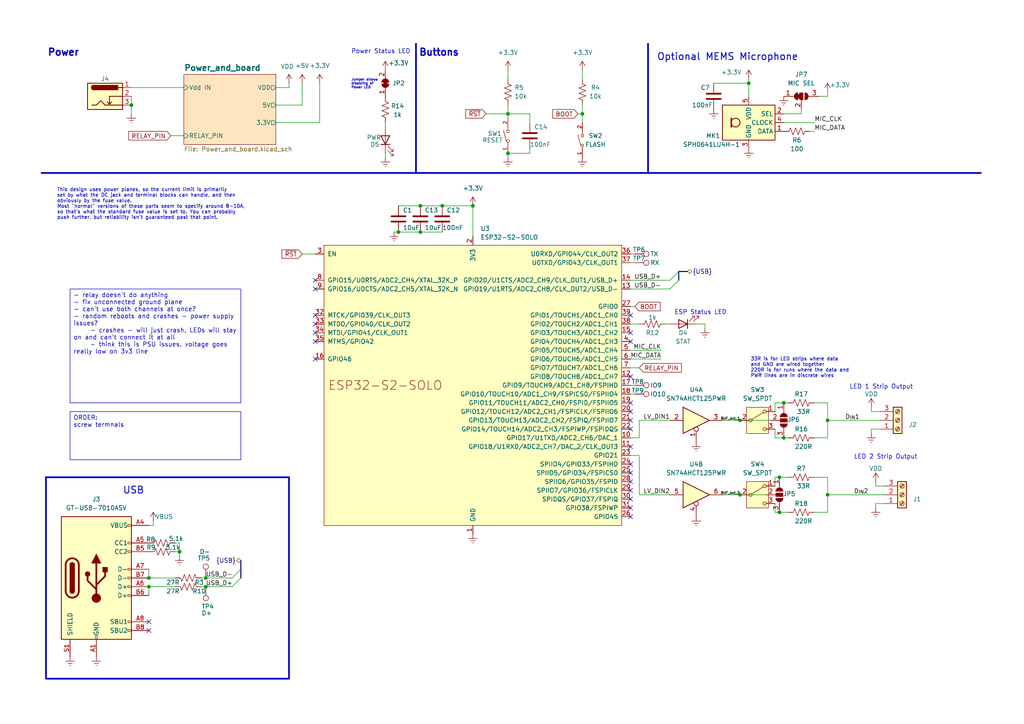
<source format=kicad_sch>
(kicad_sch (version 20231120) (generator "eeschema") (generator_version "8.0")
  (paper "A4")
  (title_block (title "IoT LEDDriver HW") (date "2025-02-23") (rev "v3.2") (company "iotled.jacobbokor.com") (comment 3 "ESP32-based IoT driver for individually addressable LED Strips"))
  (lib_symbols
    (symbol "74xx:74AHCT125" (pin_names (offset 1.016))
      (property "Reference" "U" (at 0 1.27 0))
      (property "Value" "74AHCT125" (at 0 -1.27 0))
      (symbol "74AHCT125_1_0"
        (pin input inverted (at 0 -6.35 90) (length 4.445) (name "~") (number "1"))
        (pin input line (at -7.62 0 0) (length 3.81) (name "~") (number "2"))
        (pin tri_state line (at 7.62 0 180) (length 3.81) (name "~") (number "3"))
      )
      (symbol "74AHCT125_2_0"
        (pin input inverted (at 0 -6.35 90) (length 4.445) (name "~") (number "4"))
        (pin input line (at -7.62 0 0) (length 3.81) (name "~") (number "5"))
        (pin tri_state line (at 7.62 0 180) (length 3.81) (name "~") (number "6"))
      )
      (symbol "74AHCT125_3_0"
        (pin input inverted (at 0 -6.35 90) (length 4.445) (name "~") (number "10"))
        (pin tri_state line (at 7.62 0 180) (length 3.81) (name "~") (number "8"))
        (pin input line (at -7.62 0 0) (length 3.81) (name "~") (number "9"))
      )
      (symbol "74AHCT125_4_0"
        (pin tri_state line (at 7.62 0 180) (length 3.81) (name "~") (number "11"))
        (pin input line (at -7.62 0 0) (length 3.81) (name "~") (number "12"))
        (pin input inverted (at 0 -6.35 90) (length 4.445) (name "~") (number "13"))
      )
      (symbol "74AHCT125_5_0"
        (pin power_in line (at 0 12.7 270) (length 5.08) (name "VCC") (number "14"))
        (pin power_in line (at 0 -12.7 90) (length 5.08) (name "GND") (number "7"))
      )
    )
    (symbol "C5117870_lib:GT-TC060A-H025-L1" (pin_names hide)
      (property "Reference" "U" (at 0 1.27 0))
      (property "Value" "GT-TC060A-H025-L1" (at 0 -2.54 0))
      (symbol "GT-TC060A-H025-L1_0_1"
        (pin unspecified line (at -5.08 0 0) (length 2.54) (name "1") (number "1"))
        (pin unspecified line (at 5.08 0 180) (length 2.54) (name "2") (number "2"))
      )
    )
    (symbol "Connector:Barrel_Jack_Switch_Pin3Ring" (pin_names hide)
      (property "Reference" "J" (at 0 5.334 0))
      (property "Value" "Barrel_Jack_Switch_Pin3Ring" (at 0 -5.08 0))
      (symbol "Barrel_Jack_Switch_Pin3Ring_1_1"
        (pin passive line (at 7.62 2.54 180) (length 2.54) (name "~") (number "1"))
        (pin passive line (at 7.62 0 180) (length 2.54) (name "~") (number "2"))
        (pin passive line (at 7.62 -2.54 180) (length 2.54) (name "~") (number "3"))
      )
    )
    (symbol "Connector:Screw_Terminal_01x03" (pin_names (offset 1.016) hide)
      (property "Reference" "J" (at 0 5.08 0))
      (property "Value" "Screw_Terminal_01x03" (at 0 -5.08 0))
      (symbol "Screw_Terminal_01x03_1_1"
        (pin passive line (at -5.08 2.54 0) (length 3.81) (name "Pin_1") (number "1"))
        (pin passive line (at -5.08 0 0) (length 3.81) (name "Pin_2") (number "2"))
        (pin passive line (at -5.08 -2.54 0) (length 3.81) (name "Pin_3") (number "3"))
      )
    )
    (symbol "Connector:TestPoint" (pin_numbers hide) (pin_names (offset 0.762) hide)
      (property "Reference" "TP" (at 0 6.858 0))
      (property "Value" "TestPoint" (at 0 5.08 0))
      (symbol "TestPoint_1_1"
        (pin passive line (at 0 0 90) (length 2.54) (name "1") (number "1"))
      )
    )
    (symbol "Connector:USB_C_Receptacle_USB2.0_16P" (pin_names (offset 1.016))
      (property "Reference" "J" (at 0 22.225 0))
      (property "Value" "USB_C_Receptacle_USB2.0_16P" (at 0 19.685 0))
      (symbol "USB_C_Receptacle_USB2.0_16P_1_1"
        (pin passive line (at 0 -22.86 90) (length 5.08) (name "GND") (number "A1"))
        (pin passive line (at 0 -22.86 90) (length 5.08) hide (name "GND") (number "A12"))
        (pin passive line (at 15.24 15.24 180) (length 5.08) (name "VBUS") (number "A4"))
        (pin bidirectional line (at 15.24 10.16 180) (length 5.08) (name "CC1") (number "A5"))
        (pin bidirectional line (at 15.24 -2.54 180) (length 5.08) (name "D+") (number "A6"))
        (pin bidirectional line (at 15.24 2.54 180) (length 5.08) (name "D-") (number "A7"))
        (pin bidirectional line (at 15.24 -12.7 180) (length 5.08) (name "SBU1") (number "A8"))
        (pin passive line (at 15.24 15.24 180) (length 5.08) hide (name "VBUS") (number "A9"))
        (pin passive line (at 0 -22.86 90) (length 5.08) hide (name "GND") (number "B1"))
        (pin passive line (at 0 -22.86 90) (length 5.08) hide (name "GND") (number "B12"))
        (pin passive line (at 15.24 15.24 180) (length 5.08) hide (name "VBUS") (number "B4"))
        (pin bidirectional line (at 15.24 7.62 180) (length 5.08) (name "CC2") (number "B5"))
        (pin bidirectional line (at 15.24 -5.08 180) (length 5.08) (name "D+") (number "B6"))
        (pin bidirectional line (at 15.24 0 180) (length 5.08) (name "D-") (number "B7"))
        (pin bidirectional line (at 15.24 -15.24 180) (length 5.08) (name "SBU2") (number "B8"))
        (pin passive line (at 15.24 15.24 180) (length 5.08) hide (name "VBUS") (number "B9"))
        (pin passive line (at -7.62 -22.86 90) (length 5.08) (name "SHIELD") (number "S1"))
      )
    )
    (symbol "Device:C" (pin_numbers hide) (pin_names (offset 0.254))
      (property "Reference" "C" (at 0.635 2.54 0))
      (property "Value" "C" (at 0.635 -2.54 0))
      (symbol "C_1_1"
        (pin passive line (at 0 3.81 270) (length 2.794) (name "~") (number "1"))
        (pin passive line (at 0 -3.81 90) (length 2.794) (name "~") (number "2"))
      )
    )
    (symbol "Device:LED" (pin_numbers hide) (pin_names (offset 1.016) hide)
      (property "Reference" "D" (at 0 2.54 0))
      (property "Value" "LED" (at 0 -2.54 0))
      (symbol "LED_1_1"
        (pin passive line (at -3.81 0 0) (length 2.54) (name "K") (number "1"))
        (pin passive line (at 3.81 0 180) (length 2.54) (name "A") (number "2"))
      )
    )
    (symbol "Device:R_US" (pin_numbers hide) (pin_names (offset 0))
      (property "Reference" "R" (at 2.54 0 90))
      (property "Value" "R_US" (at -2.54 0 90))
      (symbol "R_US_1_1"
        (pin passive line (at 0 3.81 270) (length 1.27) (name "~") (number "1"))
        (pin passive line (at 0 -3.81 90) (length 1.27) (name "~") (number "2"))
      )
    )
    (symbol "Jumper:SolderJumper_2_Bridged" (pin_names (offset 0) hide)
      (property "Reference" "JP" (at 0 2.032 0))
      (property "Value" "SolderJumper_2_Bridged" (at 0 -2.54 0))
      (symbol "SolderJumper_2_Bridged_1_1"
        (pin passive line (at -3.81 0 0) (length 2.54) (name "A") (number "1"))
        (pin passive line (at 3.81 0 180) (length 2.54) (name "B") (number "2"))
      )
    )
    (symbol "Jumper:SolderJumper_3_Bridged12" (pin_names (offset 0) hide) (exclude_from_sim yes) (in_bom no)
      (property "Reference" "JP" (at -2.54 -2.54 0))
      (property "Value" "SolderJumper_3_Bridged12" (at 0 2.794 0))
      (symbol "SolderJumper_3_Bridged12_1_1"
        (pin passive line (at -5.08 0 0) (length 2.54) (name "A") (number "1"))
        (pin passive line (at 0 -3.81 90) (length 2.54) (name "C") (number "2"))
        (pin passive line (at 5.08 0 180) (length 2.54) (name "B") (number "3"))
      )
    )
    (symbol "Jumper:SolderJumper_3_Open" (pin_names (offset 0) hide) (exclude_from_sim yes) (in_bom no)
      (property "Reference" "JP" (at -2.54 -2.54 0))
      (property "Value" "SolderJumper_3_Open" (at 0 2.794 0))
      (symbol "SolderJumper_3_Open_1_1"
        (pin passive line (at -5.08 0 0) (length 2.54) (name "A") (number "1"))
        (pin passive line (at 0 -3.81 90) (length 2.54) (name "C") (number "2"))
        (pin passive line (at 5.08 0 180) (length 2.54) (name "B") (number "3"))
      )
    )
    (symbol "PCM_Espressif:ESP32-S2-SOLO" (pin_names (offset 1.016))
      (property "Reference" "U" (at -43.18 45.72 0))
      (property "Value" "ESP32-S2-SOLO" (at -43.18 43.18 0))
      (symbol "ESP32-S2-SOLO_1_1"
        (text "ESP32-S2-SOLO" (at -25.4 0 0) (effects (font (size 2.54 2.54))))
        (pin power_in line (at 0 -43.18 90) (length 2.54) (name "GND") (number "1"))
        (pin bidirectional line (at 45.72 -15.24 180) (length 2.54) (name "GPIO17/U1TXD/ADC2_CH6/DAC_1") (number "10"))
        (pin bidirectional line (at 45.72 -17.78 180) (length 2.54) (name "GPIO18/U1RXD/ADC2_CH7/DAC_2/CLK_OUT3") (number "11"))
        (pin bidirectional line (at 45.72 2.54 180) (length 2.54) (name "GPIO8/TOUCH8/ADC1_CH7") (number "12"))
        (pin bidirectional line (at 45.72 27.94 180) (length 2.54) (name "GPIO19/U1RTS/ADC2_CH8/CLK_OUT2/USB_D-") (number "13"))
        (pin bidirectional line (at 45.72 30.48 180) (length 2.54) (name "GPIO20/U1CTS/ADC2_CH9/CLK_OUT1/USB_D+") (number "14"))
        (pin bidirectional line (at 45.72 15.24 180) (length 2.54) (name "GPIO3/TOUCH3/ADC1_CH2") (number "15"))
        (pin input line (at -45.72 7.62 0) (length 2.54) (name "GPIO46") (number "16"))
        (pin bidirectional line (at 45.72 0 180) (length 2.54) (name "GPIO9/TOUCH9/ADC1_CH8/FSPIHD") (number "17"))
        (pin bidirectional line (at 45.72 -2.54 180) (length 2.54) (name "GPIO10/TOUCH10/ADC1_CH9/FSPICS0/FSPIIO4") (number "18"))
        (pin bidirectional line (at 45.72 -5.08 180) (length 2.54) (name "GPIO11/TOUCH11/ADC2_CH0/FSPID/FSPIIO5") (number "19"))
        (pin power_in line (at 0 43.18 270) (length 2.54) (name "3V3") (number "2"))
        (pin bidirectional line (at 45.72 -7.62 180) (length 2.54) (name "GPIO12/TOUCH12/ADC2_CH1/FSPICLK/FSPIIO6") (number "20"))
        (pin bidirectional line (at 45.72 -10.16 180) (length 2.54) (name "GPIO13/TOUCH13/ADC2_CH2/FSPIQ/FSPIIO7") (number "21"))
        (pin bidirectional line (at 45.72 -12.7 180) (length 2.54) (name "GPIO14/TOUCH14/ADC2_CH3/FSPIWP/FSPIDQS") (number "22"))
        (pin bidirectional line (at 45.72 -20.32 180) (length 2.54) (name "GPIO21") (number "23"))
        (pin bidirectional line (at 45.72 -22.86 180) (length 2.54) (name "SPIIO4/GPIO33/FSPIHD") (number "24"))
        (pin bidirectional line (at 45.72 -25.4 180) (length 2.54) (name "SPIIO5/GPIO34/FSPICS0") (number "25"))
        (pin bidirectional line (at 45.72 -38.1 180) (length 2.54) (name "GPIO45") (number "26"))
        (pin bidirectional line (at 45.72 22.86 180) (length 2.54) (name "GPIO0") (number "27"))
        (pin bidirectional line (at 45.72 -27.94 180) (length 2.54) (name "SPIIO6/GPIO35/FSPID") (number "28"))
        (pin bidirectional line (at 45.72 -30.48 180) (length 2.54) (name "SPIIO7/GPIO36/FSPICLK") (number "29"))
        (pin bidirectional line (at -45.72 38.1 0) (length 2.54) (name "EN") (number "3"))
        (pin bidirectional line (at 45.72 -33.02 180) (length 2.54) (name "SPIDQS/GPIO37/FSPIQ") (number "30"))
        (pin bidirectional line (at 45.72 -35.56 180) (length 2.54) (name "GPIO38/FSPIWP") (number "31"))
        (pin bidirectional line (at -45.72 20.32 0) (length 2.54) (name "MTCK/GPIO39/CLK_OUT3") (number "32"))
        (pin bidirectional line (at -45.72 17.78 0) (length 2.54) (name "MTDO/GPIO40/CLK_OUT2") (number "33"))
        (pin bidirectional line (at -45.72 15.24 0) (length 2.54) (name "MTDI/GPIO41/CLK_OUT1") (number "34"))
        (pin bidirectional line (at -45.72 12.7 0) (length 2.54) (name "MTMS/GPIO42") (number "35"))
        (pin bidirectional line (at 45.72 38.1 180) (length 2.54) (name "U0RXD/GPIO44/CLK_OUT2") (number "36"))
        (pin bidirectional line (at 45.72 35.56 180) (length 2.54) (name "U0TXD/GPIO43/CLK_OUT1") (number "37"))
        (pin bidirectional line (at 45.72 17.78 180) (length 2.54) (name "GPIO2/TOUCH2/ADC1_CH1") (number "38"))
        (pin bidirectional line (at 45.72 20.32 180) (length 2.54) (name "GPIO1/TOUCH1/ADC1_CH0") (number "39"))
        (pin bidirectional line (at 45.72 12.7 180) (length 2.54) (name "GPIO4/TOUCH4/ADC1_CH3") (number "4"))
        (pin passive line (at 0 -43.18 90) (length 2.54) hide (name "GND") (number "40"))
        (pin passive line (at 0 -43.18 90) (length 2.54) hide (name "GND") (number "41"))
        (pin bidirectional line (at 45.72 10.16 180) (length 2.54) (name "GPIO5/TOUCH5/ADC1_CH4") (number "5"))
        (pin bidirectional line (at 45.72 7.62 180) (length 2.54) (name "GPIO6/TOUCH6/ADC1_CH5") (number "6"))
        (pin bidirectional line (at 45.72 5.08 180) (length 2.54) (name "GPIO7/TOUCH7/ADC1_CH6") (number "7"))
        (pin bidirectional line (at -45.72 30.48 0) (length 2.54) (name "GPIO15/U0RTS/ADC2_CH4/XTAL_32K_P") (number "8"))
        (pin bidirectional line (at -45.72 27.94 0) (length 2.54) (name "GPIO16/U0CTS/ADC2_CH5/XTAL_32K_N") (number "9"))
      )
    )
    (symbol "Sensor_Audio:SPH0641LU4H-1"
      (property "Reference" "MK" (at 5.08 6.35 0))
      (property "Value" "SPH0641LU4H-1" (at 8.89 -6.35 0))
      (symbol "SPH0641LU4H-1_1_1"
        (pin output line (at 10.16 -2.54 180) (length 2.54) (name "DATA") (number "1"))
        (pin input line (at 10.16 2.54 180) (length 2.54) (name "SEL") (number "2"))
        (pin power_in line (at 0 -7.62 90) (length 2.54) (name "GND") (number "3"))
        (pin input line (at 10.16 0 180) (length 2.54) (name "CLOCK") (number "4"))
        (pin power_in line (at 0 7.62 270) (length 2.54) (name "VDD") (number "5"))
      )
    )
    (symbol "Switch:SW_SPDT" (pin_names (offset 0) hide)
      (property "Reference" "SW" (at 0 5.08 0))
      (property "Value" "SW_SPDT" (at 0 -5.08 0))
      (symbol "SW_SPDT_1_1"
        (pin passive line (at 5.08 2.54 180) (length 2.54) (name "A") (number "1"))
        (pin passive line (at -5.08 0 0) (length 2.54) (name "B") (number "2"))
        (pin passive line (at 5.08 -2.54 180) (length 2.54) (name "C") (number "3"))
      )
    )
    (symbol "power:+3.3V" (power) (pin_names (offset 0))
      (property "Value" "+3.3V" (at 0 3.556 0))
      (symbol "+3.3V_1_1"
        (pin power_in line (at 0 0 90) (length 0) hide (name "+3.3V") (number "1"))
      )
    )
    (symbol "power:+5V" (power) (pin_numbers hide) (pin_names (offset 0) hide)
      (property "Value" "+5V" (at 0 3.556 0))
      (symbol "+5V_1_1"
        (pin power_in line (at 0 0 90) (length 0) (name "~") (number "1"))
      )
    )
    (symbol "power:Earth" (power) (pin_names (offset 0))
      (symbol "Earth_1_1"
        (pin power_in line (at 0 0 270) (length 0) hide (name "Earth") (number "1"))
      )
    )
    (symbol "power:VBUS" (power) (pin_names (offset 0))
      (property "Value" "VBUS" (at 0 3.81 0))
      (symbol "VBUS_1_1"
        (pin power_in line (at 0 0 90) (length 0) hide (name "VBUS") (number "1"))
      )
    )
    (symbol "power:VDD" (power) (pin_names (offset 0))
      (property "Value" "VDD" (at 0 3.81 0))
      (symbol "VDD_1_1"
        (pin power_in line (at 0 0 90) (length 0) hide (name "VDD") (number "1"))
      )
    )
  )
  (bus_alias "I2C" (members "SDA" "SCL"))
  (bus_alias "JTAG" (members "TCK" "TDO" "TDI" "TMS"))
  (bus_alias "USB" (members "USB_D+" "USB_D-"))
  (junction (at 226.06 138.43))
  (junction (at 214.63 143.51))
  (junction (at 128.27 59.69))
  (junction (at 227.33 127))
  (junction (at 240.03 143.51))
  (junction (at 147.32 44.45))
  (junction (at 43.18 170.18))
  (junction (at 214.63 121.92))
  (junction (at 121.92 59.69))
  (junction (at 43.18 167.64))
  (junction (at 137.16 59.69))
  (junction (at 217.17 24.13))
  (junction (at 115.57 67.31))
  (junction (at 227.33 116.84))
  (junction (at 147.32 33.02))
  (junction (at 121.92 67.31))
  (junction (at 240.03 121.92))
  (junction (at 59.69 167.64))
  (junction (at 59.69 170.18))
  (junction (at 38.1 30.48))
  (junction (at 52.07 160.02))
  (junction (at 226.06 148.59))
  (junction (at 168.91 33.02))
  (no_connect (at 182.88 91.44))
  (no_connect (at 182.88 147.32))
  (no_connect (at 91.44 91.44))
  (no_connect (at 182.88 124.46))
  (no_connect (at 182.88 119.38))
  (no_connect (at 91.44 93.98))
  (no_connect (at 91.44 104.14))
  (no_connect (at 182.88 129.54))
  (no_connect (at 182.88 134.62))
  (no_connect (at 182.88 121.92))
  (no_connect (at 91.44 96.52))
  (no_connect (at 91.44 83.82))
  (no_connect (at 182.88 99.06))
  (no_connect (at 182.88 137.16))
  (no_connect (at 182.88 139.7))
  (no_connect (at 91.44 99.06))
  (no_connect (at 182.88 116.84))
  (no_connect (at 91.44 81.28))
  (no_connect (at 182.88 149.86))
  (no_connect (at 182.88 142.24))
  (no_connect (at 43.18 182.88))
  (no_connect (at 43.18 180.34))
  (no_connect (at 182.88 144.78))
  (no_connect (at 182.88 109.22))
  (no_connect (at 182.88 96.52))
  (bus_entry (at 196.85 78.74) (size -2.54 2.54))
  (bus_entry (at 67.31 167.64) (size 2.54 -2.54))
  (bus_entry (at 196.85 81.28) (size -2.54 2.54))
  (bus_entry (at 67.31 170.18) (size 2.54 -2.54))
  (wire (pts (xy 182.88 88.9) (xy 184.15 88.9)))
  (wire (pts (xy 50.8 160.02) (xy 52.07 160.02)))
  (wire (pts (xy 236.22 38.1) (xy 234.95 38.1)))
  (wire (pts (xy 240.03 127) (xy 236.22 127)))
  (bus (pts (xy 196.85 78.74) (xy 196.85 81.28)))
  (wire (pts (xy 38.1 25.4) (xy 53.34 25.4)))
  (wire (pts (xy 227.33 33.02) (xy 232.41 33.02)))
  (wire (pts (xy 52.07 157.48) (xy 50.8 157.48)))
  (wire (pts (xy 240.03 121.92) (xy 240.03 127)))
  (wire (pts (xy 167.64 33.02) (xy 168.91 33.02)))
  (wire (pts (xy 224.79 116.84) (xy 224.79 119.38)))
  (wire (pts (xy 237.49 27.94) (xy 240.03 27.94)))
  (wire (pts (xy 182.88 81.28) (xy 194.31 81.28)))
  (wire (pts (xy 182.88 106.68) (xy 185.42 106.68)))
  (wire (pts (xy 204.47 95.25) (xy 204.47 93.98)))
  (wire (pts (xy 153.67 35.56) (xy 153.67 33.02)))
  (wire (pts (xy 50.8 170.18) (xy 43.18 170.18)))
  (wire (pts (xy 92.71 24.13) (xy 92.71 35.56)))
  (wire (pts (xy 44.45 152.4) (xy 43.18 152.4)))
  (wire (pts (xy 224.79 116.84) (xy 227.33 116.84)))
  (wire (pts (xy 207.01 24.13) (xy 217.17 24.13)))
  (wire (pts (xy 182.88 73.66) (xy 184.15 73.66)))
  (wire (pts (xy 232.41 33.02) (xy 232.41 31.75)))
  (wire (pts (xy 224.79 148.59) (xy 226.06 148.59)))
  (wire (pts (xy 254 140.97) (xy 256.54 140.97)))
  (wire (pts (xy 214.63 143.51) (xy 222.25 143.51)))
  (wire (pts (xy 224.79 124.46) (xy 224.79 127)))
  (wire (pts (xy 182.88 127) (xy 185.42 127)))
  (wire (pts (xy 224.79 146.05) (xy 224.79 148.59)))
  (wire (pts (xy 217.17 22.86) (xy 217.17 24.13)))
  (wire (pts (xy 121.92 67.31) (xy 128.27 67.31)))
  (wire (pts (xy 252.73 124.46) (xy 255.27 124.46)))
  (wire (pts (xy 80.01 35.56) (xy 92.71 35.56)))
  (wire (pts (xy 240.03 121.92) (xy 240.03 116.84)))
  (wire (pts (xy 153.67 33.02) (xy 147.32 33.02)))
  (wire (pts (xy 224.79 127) (xy 227.33 127)))
  (wire (pts (xy 38.1 27.94) (xy 38.1 30.48)))
  (wire (pts (xy 226.06 138.43) (xy 224.79 138.43)))
  (wire (pts (xy 185.42 121.92) (xy 194.31 121.92)))
  (wire (pts (xy 240.03 143.51) (xy 240.03 148.59)))
  (wire (pts (xy 115.57 67.31) (xy 121.92 67.31)))
  (wire (pts (xy 254 146.05) (xy 256.54 146.05)))
  (wire (pts (xy 182.88 76.2) (xy 184.15 76.2)))
  (wire (pts (xy 114.3 67.31) (xy 115.57 67.31)))
  (wire (pts (xy 147.32 44.45) (xy 153.67 44.45)))
  (wire (pts (xy 168.91 22.86) (xy 168.91 20.32)))
  (wire (pts (xy 111.76 44.45) (xy 111.76 45.72)))
  (wire (pts (xy 43.18 167.64) (xy 50.8 167.64)))
  (wire (pts (xy 115.57 59.69) (xy 121.92 59.69)))
  (wire (pts (xy 224.79 138.43) (xy 224.79 140.97)))
  (wire (pts (xy 240.03 138.43) (xy 236.22 138.43)))
  (wire (pts (xy 182.88 93.98) (xy 185.42 93.98)))
  (wire (pts (xy 58.42 170.18) (xy 59.69 170.18)))
  (wire (pts (xy 214.63 121.92) (xy 223.52 121.92)))
  (wire (pts (xy 147.32 30.48) (xy 147.32 33.02)))
  (wire (pts (xy 140.97 33.02) (xy 147.32 33.02)))
  (wire (pts (xy 254 146.05) (xy 254 147.32)))
  (wire (pts (xy 137.16 59.69) (xy 137.16 68.58)))
  (wire (pts (xy 182.88 83.82) (xy 194.31 83.82)))
  (wire (pts (xy 147.32 20.32) (xy 147.32 22.86)))
  (wire (pts (xy 111.76 35.56) (xy 111.76 36.83)))
  (wire (pts (xy 226.06 138.43) (xy 228.6 138.43)))
  (bus (pts (xy 69.85 165.1) (xy 69.85 162.56)))
  (wire (pts (xy 38.1 30.48) (xy 38.1 33.02)))
  (wire (pts (xy 185.42 121.92) (xy 185.42 127)))
  (wire (pts (xy 87.63 24.13) (xy 87.63 30.48)))
  (wire (pts (xy 168.91 30.48) (xy 168.91 33.02)))
  (wire (pts (xy 147.32 44.45) (xy 147.32 45.72)))
  (wire (pts (xy 43.18 165.1) (xy 43.18 167.64)))
  (wire (pts (xy 240.03 116.84) (xy 236.22 116.84)))
  (wire (pts (xy 240.03 143.51) (xy 256.54 143.51)))
  (wire (pts (xy 147.32 33.02) (xy 147.32 34.29)))
  (wire (pts (xy 227.33 127) (xy 228.6 127)))
  (wire (pts (xy 184.15 111.76) (xy 182.88 111.76)))
  (wire (pts (xy 182.88 104.14) (xy 191.77 104.14)))
  (wire (pts (xy 83.82 24.13) (xy 83.82 25.4)))
  (wire (pts (xy 217.17 24.13) (xy 217.17 27.94)))
  (wire (pts (xy 227.33 35.56) (xy 236.22 35.56)))
  (wire (pts (xy 59.69 167.64) (xy 67.31 167.64)))
  (wire (pts (xy 240.03 148.59) (xy 236.22 148.59)))
  (wire (pts (xy 185.42 143.51) (xy 185.42 132.08)))
  (wire (pts (xy 87.63 73.66) (xy 91.44 73.66)))
  (wire (pts (xy 240.03 121.92) (xy 255.27 121.92)))
  (wire (pts (xy 254 139.7) (xy 254 140.97)))
  (wire (pts (xy 193.04 93.98) (xy 194.31 93.98)))
  (wire (pts (xy 185.42 132.08) (xy 182.88 132.08)))
  (wire (pts (xy 59.69 170.18) (xy 67.31 170.18)))
  (bus (pts (xy 69.85 165.1) (xy 69.85 167.64)))
  (wire (pts (xy 209.55 121.92) (xy 214.63 121.92)))
  (wire (pts (xy 240.03 138.43) (xy 240.03 143.51)))
  (wire (pts (xy 128.27 59.69) (xy 137.16 59.69)))
  (wire (pts (xy 252.73 119.38) (xy 255.27 119.38)))
  (wire (pts (xy 121.92 59.69) (xy 128.27 59.69)))
  (wire (pts (xy 252.73 118.11) (xy 252.73 119.38)))
  (wire (pts (xy 43.18 170.18) (xy 43.18 172.72)))
  (wire (pts (xy 204.47 93.98) (xy 201.93 93.98)))
  (wire (pts (xy 52.07 161.29) (xy 52.07 160.02)))
  (wire (pts (xy 182.88 101.6) (xy 191.77 101.6)))
  (wire (pts (xy 44.45 151.13) (xy 44.45 152.4)))
  (wire (pts (xy 209.55 143.51) (xy 214.63 143.51)))
  (wire (pts (xy 49.53 39.37) (xy 53.34 39.37)))
  (wire (pts (xy 58.42 167.64) (xy 59.69 167.64)))
  (bus (pts (xy 199.39 78.74) (xy 196.85 78.74)))
  (wire (pts (xy 168.91 33.02) (xy 168.91 35.56)))
  (wire (pts (xy 184.15 114.3) (xy 182.88 114.3)))
  (wire (pts (xy 228.6 116.84) (xy 227.33 116.84)))
  (wire (pts (xy 252.73 124.46) (xy 252.73 125.73)))
  (wire (pts (xy 83.82 25.4) (xy 80.01 25.4)))
  (wire (pts (xy 52.07 160.02) (xy 52.07 157.48)))
  (wire (pts (xy 226.06 148.59) (xy 228.6 148.59)))
  (wire (pts (xy 240.03 26.67) (xy 240.03 27.94)))
  (wire (pts (xy 80.01 30.48) (xy 87.63 30.48)))
  (wire (pts (xy 185.42 143.51) (xy 194.31 143.51)))
  (wire (pts (xy 153.67 43.18) (xy 153.67 44.45)))
  (rectangle (start 13.335 138.43) (end 83.82 196.85) (stroke (width 0.5)))
  (rectangle (start 187.96 12.7) (end 187.96 50.165) (stroke (width 0.5)))
  (rectangle (start 12.065 50.165) (end 284.48 50.165) (stroke (width 0.5)))
  (rectangle (start 120.65 12.7) (end 120.65 50.165) (stroke (width 0.5)))
  (text_box "ORDER: \nscrew termnals\n" (at 20.32 119.38 0) (size 49.53 13.97) (effects (font (size 1.27 1.27)) (justify left top)))
  (text_box "- relay doesn't do anything\n- fix unconnected ground plane\n- can't use both channels at once?\n- random reboots and crashes - power supply issues?\n	- crashes - will just crash, LEDs will stay on and can't connect it at all\n	- think this is PSU issues. voltage goes really low on 3v3 line" (at 20.32 83.82 0) (size 49.53 33.02) (effects (font (size 1.27 1.27)) (justify left top)))
  (text "Power" (at 13.716 16.51 0) (effects (font (size 2 2) (thickness 0.4) (bold yes)) (justify left bottom)))
  (text "Buttons\n" (at 121.412 16.51 0) (effects (font (size 2 2) (thickness 0.4) (bold yes)) (justify left bottom)))
  (text "Jumper allows \ndisabling of \nPower LED" (at 101.854 25.908 0) (effects (font (size 0.7 0.7)) (justify left bottom)))
  (text "33R is for LED strips where data \nand GND are wired together\n220R is for runs where the data and \nPWR lines are in discrete wires" (at 217.678 106.68 0) (effects (font (size 1 1)) (justify left)))
  (text "This design uses power planes, so the current limit is primarily\nset by what the DC jack and terminal blocks can handle, and then \nobviously by the fuse value. \nMost \"normal\" versions of these parts seem to specify around 8-10A, \nso that's what the standard fuse value is set to. You can probably\npush further, but reliability isn't guaranteed past that point. " (at 16.51 59.182 0) (effects (font (size 1 1)) (justify left)))
  (text "LED 2 Strip Output" (at 247.65 133.35 0) (effects (font (size 1.27 1.27)) (justify left bottom)))
  (text "LED 1 Strip Output" (at 246.38 113.03 0) (effects (font (size 1.27 1.27)) (justify left bottom)))
  (text "ESP Status LED" (at 195.58 91.44 0) (effects (font (size 1.27 1.27)) (justify left bottom)))
  (text "Power Status LED\n" (at 101.854 15.748 0) (effects (font (size 1.27 1.27)) (justify left bottom)))
  (text "USB" (at 35.56 143.51 0) (effects (font (size 2 2) (thickness 0.254) (bold yes)) (justify left bottom)))
  (text "Optional MEMS Microphone" (at 190.5 17.78 0) (effects (font (size 2 2) (thickness 0.254) (bold yes)) (justify left bottom)))
  (label "USB_D+" (at 59.69 170.18 0))
  (label "LV_DIN2" (at 194.31 143.51 180))
  (label "MIC_DATA" (at 236.22 38.1 0))
  (label "MIC_DATA" (at 191.77 104.14 180))
  (label "BUF_out_2" (at 214.63 143.51 180) (effects (font (size 0.7 0.7))))
  (label "USB_D-" (at 59.69 167.64 0))
  (label "USB_D+" (at 191.77 81.28 180))
  (label "D_{IN}2" (at 247.65 143.51 0))
  (label "USB_D-" (at 191.77 83.82 180))
  (label "D_{IN}1" (at 245.11 121.92 0))
  (label "MIC_CLK" (at 236.22 35.56 0))
  (label "MIC_CLK" (at 191.77 101.6 180))
  (label "LV_DIN1" (at 194.31 121.92 180))
  (label "BUF_out_1" (at 214.63 121.92 180) (effects (font (size 0.7 0.7))))
  (global_label "RELAY_PIN" (shape input) (at 185.42 106.68 0) (property "Intersheetrefs" "${INTERSHEET_REFS}" (effects (hide yes))))
  (global_label "~{RST}" (shape input) (at 140.97 33.02 180) (property "Intersheetrefs" "${INTERSHEET_REFS}" (effects (hide yes))))
  (global_label "BOOT" (shape input) (at 184.15 88.9 0) (property "Intersheetrefs" "${INTERSHEET_REFS}" (effects (hide yes))))
  (global_label "~{RST}" (shape input) (at 87.63 73.66 180) (property "Intersheetrefs" "${INTERSHEET_REFS}" (effects (hide yes))))
  (global_label "RELAY_PIN" (shape input) (at 49.53 39.37 180) (property "Intersheetrefs" "${INTERSHEET_REFS}" (effects (hide yes))))
  (global_label "BOOT" (shape input) (at 167.64 33.02 180) (property "Intersheetrefs" "${INTERSHEET_REFS}" (effects (hide yes))))
  (hierarchical_label "{USB}" (shape bidirectional) (at 69.85 162.56 180))
  (hierarchical_label "{USB}" (shape bidirectional) (at 199.39 78.74 0))
  (symbol (lib_id "power:Earth") (at 38.1 33.02 0) (mirror y) (unit 1)
    (property "Reference" "#PWR0111" (effects (hide yes)))
    (property "Value" "Earth" (effects (hide yes)))
  )
  (symbol (lib_id "Connector:Screw_Terminal_01x03") (at 260.35 121.92 0) (mirror x) (unit 1)
    (property "Reference" "J2" (at 263.525 123.19 0) (effects (justify left)))
    (property "Value" "Screw_Terminal_01x03" (effects (hide yes)))
    (property "Footprint" "TerminalBlock:TerminalBlock_bornier-3_P5.08mm" (effects (hide yes)))
    (property "LCSC" "C5188425" (effects (hide yes)))
    (property "Note" "not tried yet, but should be good" (effects (hide yes)))
    (property "Vendor" "https://www.lcsc.com/product-detail/Screw-Terminal-Blocks_MAX-MX301-5-0-03P-GN01-Cu-Y-A_C5188425.html?s_z=n_screw%20terminal%201x3P" (effects (hide yes)))
  )
  (symbol (lib_id "power:Earth") (at 201.93 128.27 0) (mirror y) (unit 1)
    (property "Reference" "#PWR045" (effects (hide yes)))
    (property "Value" "Earth" (effects (hide yes)))
  )
  (symbol (lib_id "C5117870_lib:GT-TC060A-H025-L1") (at 168.91 40.64 90) (unit 1)
    (property "Reference" "SW2" (at 172.72 39.37 90))
    (property "Value" "FLASH" (at 172.72 41.91 90))
    (property "Footprint" "Button_Switch_SMD:SW_SPST_TL3342" (effects (hide yes)))
    (property "LCSC" "C318884" (effects (hide yes)))
    (property "Vendor" "https://www.lcsc.com/product-detail/Tactile-Switches_G-Switch-GT-TC060A-H025-L1_C5117870.html" (effects (hide yes)))
  )
  (symbol (lib_id "Device:R_US") (at 232.41 116.84 90) (unit 1)
    (property "Reference" "R17" (at 232.41 114.3 90))
    (property "Value" "33R" (at 233.045 119.38 90))
    (property "Footprint" "Resistor_SMD:R_0805_2012Metric_Pad1.20x1.40mm_HandSolder" (effects (hide yes)))
    (property "Description" "±1% ±200ppm/℃ 33Ω 0805 Chip Resistor" (effects (hide yes)))
    (property "Vendor" "https://jlcpcb.com/partdetail/18322-0805W8F330JT5E/C17634" (effects (hide yes)))
    (property "LCSC" "C17634" (effects (hide yes)))
  )
  (symbol (lib_id "Connector:TestPoint") (at 184.15 111.76 270) (unit 1) (in_bom no)
    (property "Reference" "TP8" (at 183.134 110.744 90) (effects (justify left)))
    (property "Value" "IO9" (at 188.595 111.76 90) (effects (justify left)))
    (property "Footprint" "TestPoint:TestPoint_Pad_D1.5mm" (effects (hide yes)))
  )
  (symbol (lib_id "Connector:TestPoint") (at 59.69 170.18 0) (mirror x) (unit 1) (in_bom no)
    (property "Reference" "TP4" (at 58.42 175.895 0) (effects (justify left)))
    (property "Value" "D+" (at 58.42 177.8 0) (effects (justify left)))
    (property "Footprint" "TestPoint:TestPoint_Pad_D1.5mm" (effects (hide yes)))
  )
  (symbol (lib_id "Device:LED") (at 198.12 93.98 180) (unit 1)
    (property "Reference" "D4" (at 198.12 96.52 0))
    (property "Value" "STAT" (at 198.12 99.06 0))
    (property "Footprint" "LED_SMD:LED_0805_2012Metric_Pad1.15x1.40mm_HandSolder" (effects (hide yes)))
    (property "Description" "Green 0805 Light Emitting Diode" (effects (hide yes)))
    (property "Vendor" "https://jlcpcb.com/partdetail/Hubei_KentoElec-KT0805G/C2297" (effects (hide yes)))
    (property "LCSC" "C2297" (effects (hide yes)))
  )
  (symbol (lib_id "Device:C") (at 121.92 63.5 0) (unit 1)
    (property "Reference" "C13" (at 123.19 60.96 0) (effects (justify left)))
    (property "Value" "10uF" (at 123.19 66.04 0) (effects (justify left)))
    (property "Footprint" "Capacitor_SMD:C_0805_2012Metric_Pad1.18x1.45mm_HandSolder" (effects (hide yes)))
    (property "Description" "16V 10uF 0805 Ceramic Capacitor SMD" (effects (hide yes)))
    (property "Vendor" "https://www.lcsc.com/product-detail/Multilayer-Ceramic-Capacitors-MLCC-SMD-SMT_Murata-Electronics-GRM21BR61C106KE15L_C77075.html" (effects (hide yes)))
    (property "LCSC" "C15850" (effects (hide yes)))
  )
  (symbol (lib_id "Device:C") (at 128.27 63.5 0) (unit 1)
    (property "Reference" "C12" (at 129.54 60.96 0) (effects (justify left)))
    (property "Value" "100nF" (at 128.27 66.04 0) (effects (justify left)))
    (property "Footprint" "Capacitor_SMD:C_0805_2012Metric_Pad1.18x1.45mm_HandSolder" (effects (hide yes)))
    (property "Description" "100nF 50V X7R ±10% 0805 Ceramic Cap SMD" (effects (hide yes)))
    (property "Vendor" "https://jlcpcb.com/partdetail/Yageo-CC0805KRX7R9BB104/C49678" (effects (hide yes)))
    (property "LCSC" "C49678" (effects (hide yes)))
  )
  (symbol (lib_id "Connector:TestPoint") (at 184.15 114.3 270) (unit 1) (in_bom no)
    (property "Reference" "TP9" (at 183.134 113.284 90) (effects (justify left)))
    (property "Value" "IO10" (at 188.595 114.3 90) (effects (justify left)))
    (property "Footprint" "TestPoint:TestPoint_Pad_D1.5mm" (effects (hide yes)))
  )
  (symbol (lib_id "power:Earth") (at 52.07 161.29 0) (mirror y) (unit 1)
    (property "Reference" "#PWR040" (effects (hide yes)))
    (property "Value" "Earth" (effects (hide yes)))
  )
  (symbol (lib_id "Device:R_US") (at 46.99 157.48 90) (unit 1)
    (property "Reference" "R8" (at 43.688 156.464 90))
    (property "Value" "5.1k" (at 51.054 156.21 90))
    (property "Footprint" "Resistor_SMD:R_0805_2012Metric_Pad1.20x1.40mm_HandSolder" (effects (hide yes)))
    (property "Description" "5.1kΩ 0805 125mW Chip Resistor" (effects (hide yes)))
    (property "Vendor" "https://www.lcsc.com/product-detail/Chip-Resistor-Surface-Mount_VO-0805-5-470_C2889528.html" (effects (hide yes)))
    (property "LCSC" "C27834" (effects (hide yes)))
  )
  (symbol (lib_id "power:+3.3V") (at 168.91 20.32 0) (unit 1)
    (property "Reference" "#PWR028" (effects (hide yes)))
    (property "Value" "+3.3V" (at 168.91 15.24 0))
  )
  (symbol (lib_id "Connector:USB_C_Receptacle_USB2.0_16P") (at 27.94 167.64 0) (unit 1)
    (property "Reference" "J3" (at 27.94 144.78 0))
    (property "Value" "GT-USB-7010ASV" (at 27.94 147.32 0))
    (property "Footprint" "jmux-footprints:USB-C-GT7010_FIXED" (effects (hide yes)))
    (property "Datasheet" "https://atta.szlcsc.com/upload/public/pdf/source/20220407/8043DBBC37E1BDE9D4FD36EE7A4A9BB9.pdf" (effects (hide yes)))
    (property "Description" "USB 2.0-only 16P Type-C Receptacle connector" (effects (hide yes)))
    (property "LCSC" "C2988369 " (effects (hide yes)))
    (property "Vendor" "https://www.lcsc.com/product-detail/USB-Connectors_G-Switch-GT-USB-7010ASV_C2988369.html " (effects (hide yes)))
  )
  (symbol (lib_id "Device:R_US") (at 232.41 148.59 90) (unit 1)
    (property "Reference" "R18" (at 232.41 146.05 90))
    (property "Value" "220R" (at 233.045 151.13 90))
    (property "Footprint" "Resistor_SMD:R_0805_2012Metric_Pad1.20x1.40mm_HandSolder" (effects (hide yes)))
    (property "Description" "125mW Thick Film Resistors ±100ppm/℃ ±1% 220Ω 0805 Chip Resistor" (effects (hide yes)))
    (property "Vendor" "https://jlcpcb.com/partdetail/18245-0805W8F2200T5E/C17557" (effects (hide yes)))
    (property "LCSC" "C17557" (effects (hide yes)))
  )
  (symbol (lib_id "Device:R_US") (at 231.14 38.1 270) (unit 1)
    (property "Reference" "R6" (at 231.14 40.64 90))
    (property "Value" "100" (at 231.14 43.18 90))
    (property "Footprint" "Resistor_SMD:R_0805_2012Metric_Pad1.20x1.40mm_HandSolder" (effects (hide yes)))
    (property "Description" "100Ω 0805 125mW Chip Resistor (R11,R12 1k recommended)" (effects (hide yes)))
    (property "Vendor" "https://jlcpcb.com/partdetail/18096-0805W8F1000T5E/C17408" (effects (hide yes)))
    (property "LCSC" "C17408" (effects (hide yes)))
  )
  (symbol (lib_id "Device:C") (at 115.57 63.5 0) (unit 1)
    (property "Reference" "C1" (at 116.84 60.96 0) (effects (justify left)))
    (property "Value" "10uF" (at 116.84 66.04 0) (effects (justify left)))
    (property "Footprint" "Capacitor_SMD:C_0805_2012Metric_Pad1.18x1.45mm_HandSolder" (effects (hide yes)))
    (property "Description" "16V 10uF 0805 Ceramic Capacitor SMD" (effects (hide yes)))
    (property "Vendor" "https://www.lcsc.com/product-detail/Multilayer-Ceramic-Capacitors-MLCC-SMD-SMT_Murata-Electronics-GRM21BR61C106KE15L_C77075.html" (effects (hide yes)))
    (property "LCSC" "C15850" (effects (hide yes)))
  )
  (symbol (lib_id "power:+5V") (at 87.63 24.13 0) (unit 1)
    (property "Reference" "#PWR041" (effects (hide yes)))
    (property "Value" "+5V" (at 87.63 19.05 0))
    (property "Description" "Power symbol creates a global label with name \"+5V\"" (effects (hide yes)))
  )
  (symbol (lib_id "Switch:SW_SPDT") (at 219.71 143.51 0) (unit 1)
    (property "Reference" "SW4" (at 219.71 134.62 0))
    (property "Value" "SW_SPDT" (at 219.71 137.16 0))
    (property "Footprint" "Button_Switch_SMD:SW_SPDT_PCM12" (effects (hide yes)))
    (property "Description" "Surface Mount 50mA SPDT 12V 12V 50mA Black SMD Slide Switches ROHS" (effects (hide yes)))
    (property "LCSC" "C319020" (effects (hide yes)))
    (property "Note" "I'm not 100% on these footprints and the switches dont have a datasheet" (effects (hide yes)))
    (property "Vendor" "https://jlcpcb.com/partdetail/XkbConnectivity-SK_3296S_01L1/C319020" (effects (hide yes)))
  )
  (symbol (lib_id "power:Earth") (at 20.32 190.5 0) (mirror y) (unit 1)
    (property "Reference" "#PWR01" (effects (hide yes)))
    (property "Value" "Earth" (effects (hide yes)))
  )
  (symbol (lib_id "Connector:Screw_Terminal_01x03") (at 261.62 143.51 0) (mirror x) (unit 1)
    (property "Reference" "J1" (at 264.795 144.78 0) (effects (justify left)))
    (property "Value" "Screw_Terminal_01x03" (effects (hide yes)))
    (property "Footprint" "TerminalBlock:TerminalBlock_bornier-3_P5.08mm" (effects (hide yes)))
    (property "LCSC" "C5188425" (effects (hide yes)))
    (property "Note" "not tried yet, but should be good" (effects (hide yes)))
    (property "Vendor" "https://www.lcsc.com/product-detail/Screw-Terminal-Blocks_MAX-MX301-5-0-03P-GN01-Cu-Y-A_C5188425.html?s_z=n_screw%20terminal%201x3P" (effects (hide yes)))
  )
  (symbol (lib_id "power:VDD") (at 252.73 118.11 0) (unit 1)
    (property "Reference" "#PWR035" (effects (hide yes)))
    (property "Value" "VDD" (at 252.73 114.3 0))
  )
  (symbol (lib_id "Device:C") (at 207.01 27.94 0) (unit 1)
    (property "Reference" "C7" (at 203.2 25.4 0) (effects (justify left)))
    (property "Value" "100nF" (at 200.66 30.48 0) (effects (justify left)))
    (property "Footprint" "Capacitor_SMD:C_0805_2012Metric_Pad1.18x1.45mm_HandSolder" (effects (hide yes)))
    (property "Description" "100nF 50V X7R ±10% 0805 Ceramic Cap SMD" (effects (hide yes)))
    (property "Vendor" "https://jlcpcb.com/partdetail/Yageo-CC0805KRX7R9BB104/C49678" (effects (hide yes)))
    (property "LCSC" "C49678" (effects (hide yes)))
  )
  (symbol (lib_id "power:VDD") (at 83.82 24.13 0) (unit 1)
    (property "Reference" "#PWR09" (effects (hide yes)))
    (property "Value" "VDD" (at 83.312 19.304 0))
  )
  (symbol (lib_id "power:Earth") (at 227.33 27.94 0) (mirror y) (unit 1)
    (property "Reference" "#PWR034" (effects (hide yes)))
    (property "Value" "Earth" (effects (hide yes)))
  )
  (symbol (lib_id "Connector:Barrel_Jack_Switch_Pin3Ring") (at 30.48 27.94 0) (unit 1)
    (property "Reference" "J4" (at 30.48 22.86 0))
    (property "Value" "Barrel_Jack_Switch_Pin3Ring" (effects (hide yes)))
    (property "Footprint" "Connector_BarrelJack:BarrelJack_Wuerth_6941xx301002" (effects (hide yes)))
    (property "Sim.Device" "V" (effects (hide yes)))
    (property "Sim.Type" "DC" (effects (hide yes)))
    (property "Sim.Pins" "1=+ 2=-" (effects (hide yes)))
    (property "Sim.Params" "dc=5" (effects (hide yes)))
  )
  (symbol (lib_id "power:Earth") (at 254 147.32 0) (mirror y) (unit 1)
    (property "Reference" "#PWR033" (effects (hide yes)))
    (property "Value" "Earth" (effects (hide yes)))
  )
  (symbol (lib_id "power:VBUS") (at 44.45 151.13 0) (unit 1)
    (property "Reference" "#PWR04" (effects (hide yes)))
    (property "Value" "VBUS" (at 47.625 149.86 0))
  )
  (symbol (lib_id "Switch:SW_SPDT") (at 219.71 121.92 0) (unit 1)
    (property "Reference" "SW3" (at 219.71 113.03 0))
    (property "Value" "SW_SPDT" (at 219.71 115.57 0))
    (property "Footprint" "Button_Switch_SMD:SW_SPDT_PCM12" (effects (hide yes)))
    (property "Description" "Surface Mount 50mA SPDT 12V 12V 50mA Black SMD Slide Switches ROHS" (effects (hide yes)))
    (property "LCSC" "C319020" (effects (hide yes)))
    (property "Vendor" "https://jlcpcb.com/partdetail/XkbConnectivity-SK_3296S_01L1/C319020" (effects (hide yes)))
    (property "Note" "I'm not 100% on these footprints and the switches dont have a datasheet" (effects (hide yes)))
  )
  (symbol (lib_id "Sensor_Audio:SPH0641LU4H-1") (at 217.17 35.56 0) (unit 1)
    (property "Reference" "MK1" (at 208.915 39.37 0) (effects (justify right)))
    (property "Value" "SPH0641LU4H-1" (at 214.63 41.91 0) (effects (justify right)))
    (property "Footprint" "Sensor_Audio:Knowles_LGA-5_3.5x2.65mm" (effects (hide yes)))
    (property "Datasheet" "https://www.knowles.com/docs/default-source/model-downloads/sph0641lu4h-1-revb.pdf" (effects (hide yes)))
    (property "Description" "MEMS Microphone. COVER HOLE DURING ASSEMBLY!!!" (effects (hide yes)))
    (property "LCSC" "C5454543" (effects (hide yes)))
    (property "Vendor" "https://www.lcsc.com/product-detail/MEMS-Microphones_Knowles-SPH0641LM4H-1-8_C5454543.html" (effects (hide yes)))
  )
  (symbol (lib_id "power:Earth") (at 204.47 95.25 0) (mirror y) (unit 1)
    (property "Reference" "#PWR027" (effects (hide yes)))
    (property "Value" "Earth" (effects (hide yes)))
  )
  (symbol (lib_id "power:+3.3V") (at 147.32 20.32 0) (unit 1)
    (property "Reference" "#PWR025" (effects (hide yes)))
    (property "Value" "+3.3V" (at 147.32 15.24 0))
  )
  (symbol (lib_id "Device:R_US") (at 54.61 167.64 90) (mirror x) (unit 1)
    (property "Reference" "R3" (at 57.785 168.91 90))
    (property "Value" "27R" (at 50.165 168.91 90))
    (property "Footprint" "Resistor_SMD:R_0805_2012Metric_Pad1.20x1.40mm_HandSolder" (effects (hide yes)))
    (property "Description" "27Ω 0805 125mW Chip Resistor" (effects (hide yes)))
    (property "Vendor" "https://www.lcsc.com/product-detail/Chip-Resistor-Surface-Mount_UNI-ROYAL-Uniroyal-Elec-0805W8F270JT5E_C17594.html" (effects (hide yes)))
    (property "LCSC" "C17594" (effects (hide yes)))
  )
  (symbol (lib_id "Device:R_US") (at 232.41 138.43 90) (unit 1)
    (property "Reference" "R7" (at 232.41 135.89 90))
    (property "Value" "33R" (at 233.045 140.97 90))
    (property "Footprint" "Resistor_SMD:R_0805_2012Metric_Pad1.20x1.40mm_HandSolder" (effects (hide yes)))
    (property "Description" "±1% ±200ppm/℃ 33Ω 0805 Chip Resistor" (effects (hide yes)))
    (property "Vendor" "https://jlcpcb.com/partdetail/18322-0805W8F330JT5E/C17634" (effects (hide yes)))
    (property "LCSC" "C17634" (effects (hide yes)))
  )
  (symbol (lib_id "Device:R_US") (at 111.76 31.75 180) (unit 1)
    (property "Reference" "R14" (at 115.316 30.734 0))
    (property "Value" "1k" (at 115.316 33.274 0))
    (property "Footprint" "Resistor_SMD:R_0805_2012Metric_Pad1.20x1.40mm_HandSolder" (effects (hide yes)))
    (property "Description" "125mW Thick Film Resistors ±100ppm/℃ ±1% 1kΩ 0805 Chip Resistor - Surface Mount ROHS" (effects (hide yes)))
    (property "LCSC" " C17513 " (effects (hide yes)))
  )
  (symbol (lib_id "Jumper:SolderJumper_3_Bridged12") (at 232.41 27.94 0) (unit 1) (exclude_from_sim yes) (in_bom no)
    (property "Reference" "JP7" (at 232.41 21.59 0))
    (property "Value" "MIC SEL" (at 232.41 24.13 0))
    (property "Footprint" "Jumper:SolderJumper-3_P1.3mm_Bridged12_RoundedPad1.0x1.5mm" (effects (hide yes)))
    (property "Description" "3-pole Solder Jumper, pins 1+2 closed/bridged" (effects (hide yes)))
  )
  (symbol (lib_id "power:VDD") (at 254 139.7 0) (unit 1)
    (property "Reference" "#PWR017" (effects (hide yes)))
    (property "Value" "VDD" (at 254 135.89 0))
  )
  (symbol (lib_id "Device:R_US") (at 168.91 26.67 180) (unit 1)
    (property "Reference" "R4" (at 172.72 25.4 0))
    (property "Value" "10k" (at 172.72 27.94 0))
    (property "Footprint" "Resistor_SMD:R_0805_2012Metric_Pad1.20x1.40mm_HandSolder" (effects (hide yes)))
    (property "Description" "10kΩ 0805 Chip Resistor" (effects (hide yes)))
    (property "Vendor" "https://www.lcsc.com/product-detail/Chip-Resistor-Surface-Mount_FOJAN-FRQ0805F1002TS_C5159708.html" (effects (hide yes)))
    (property "LCSC" "C17414" (effects (hide yes)))
  )
  (symbol (lib_id "power:Earth") (at 111.76 45.72 0) (mirror y) (unit 1)
    (property "Reference" "#PWR0101" (effects (hide yes)))
    (property "Value" "Earth" (effects (hide yes)))
  )
  (symbol (lib_id "Connector:TestPoint") (at 184.15 76.2 270) (unit 1) (in_bom no)
    (property "Reference" "TP7" (at 183.515 74.93 90) (effects (justify left)))
    (property "Value" "RX" (at 188.595 76.2 90) (effects (justify left)))
    (property "Footprint" "TestPoint:TestPoint_Pad_D1.5mm" (effects (hide yes)))
  )
  (symbol (lib_id "power:Earth") (at 137.16 154.94 0) (mirror y) (unit 1)
    (property "Reference" "#PWR024" (effects (hide yes)))
    (property "Value" "Earth" (effects (hide yes)))
  )
  (symbol (lib_id "power:Earth") (at 168.91 45.72 0) (unit 1)
    (property "Reference" "#PWR029" (effects (hide yes)))
    (property "Value" "Earth" (effects (hide yes)))
  )
  (symbol (lib_id "Jumper:SolderJumper_2_Bridged") (at 111.76 24.13 90) (unit 1) (in_bom no)
    (property "Reference" "JP2" (at 113.792 24.13 90) (effects (justify right)))
    (property "Value" "PWR_LED_BRIDGE" (effects (hide yes)))
    (property "Footprint" "Jumper:SolderJumper-2_P1.3mm_Bridged_RoundedPad1.0x1.5mm" (effects (hide yes)))
  )
  (symbol (lib_id "C5117870_lib:GT-TC060A-H025-L1") (at 147.32 39.37 90) (unit 1)
    (property "Reference" "SW1" (at 143.51 38.735 90))
    (property "Value" "RESET" (at 142.875 40.64 90))
    (property "Footprint" "Button_Switch_SMD:SW_SPST_TL3342" (effects (hide yes)))
    (property "LCSC" "C318884" (effects (hide yes)))
    (property "Vendor" "https://www.lcsc.com/product-detail/Tactile-Switches_G-Switch-GT-TC060A-H025-L1_C5117870.html" (effects (hide yes)))
  )
  (symbol (lib_id "PCM_Espressif:ESP32-S2-SOLO") (at 137.16 111.76 0) (unit 1)
    (property "Reference" "U3" (at 139.3541 66.294 0) (effects (justify left)))
    (property "Value" "ESP32-S2-SOLO" (at 139.3541 68.834 0) (effects (justify left)))
    (property "Footprint" "PCM_Espressif:ESP32-S2-SOLO" (effects (hide yes)))
    (property "Datasheet" "https://www.espressif.com/sites/default/files/documentation/esp32-s2-solo_esp32-s2-solo-u_datasheet_en.pdf" (effects (hide yes)))
    (property "LCSC" "C3040594" (effects (hide yes)))
  )
  (symbol (lib_id "power:+3.3V") (at 92.71 24.13 0) (unit 1)
    (property "Reference" "#PWR019" (effects (hide yes)))
    (property "Value" "+3.3V" (at 92.71 19.05 0))
  )
  (symbol (lib_id "Device:R_US") (at 46.99 160.02 270) (unit 1)
    (property "Reference" "R9" (at 43.815 158.75 90))
    (property "Value" "5.1k" (at 50.165 158.75 90))
    (property "Footprint" "Resistor_SMD:R_0805_2012Metric_Pad1.20x1.40mm_HandSolder" (effects (hide yes)))
    (property "Description" "5.1kΩ 0805 125mW Chip Resistor" (effects (hide yes)))
    (property "Vendor" "https://www.lcsc.com/product-detail/Chip-Resistor-Surface-Mount_VO-0805-5-470_C2889528.html" (effects (hide yes)))
    (property "LCSC" "C27834" (effects (hide yes)))
  )
  (symbol (lib_id "Connector:TestPoint") (at 184.15 73.66 270) (unit 1) (in_bom no)
    (property "Reference" "TP6" (at 183.515 72.39 90) (effects (justify left)))
    (property "Value" "TX" (at 188.595 73.66 90) (effects (justify left)))
    (property "Footprint" "TestPoint:TestPoint_Pad_D1.5mm" (effects (hide yes)))
  )
  (symbol (lib_id "power:Earth") (at 217.17 43.18 0) (mirror y) (unit 1)
    (property "Reference" "#PWR037" (effects (hide yes)))
    (property "Value" "Earth" (effects (hide yes)))
  )
  (symbol (lib_id "power:+3.3V") (at 217.17 22.86 0) (unit 1)
    (property "Reference" "#PWR016" (effects (hide yes)))
    (property "Value" "+3.3V" (at 212.09 20.955 0))
  )
  (symbol (lib_id "Jumper:SolderJumper_3_Open") (at 227.33 121.92 270) (unit 1) (exclude_from_sim yes) (in_bom no)
    (property "Reference" "JP6" (at 228.346 121.666 90) (effects (justify left)))
    (property "Value" "SolderJumper_3_Open" (effects (hide yes)))
    (property "Footprint" "Jumper:SolderJumper-3_P1.3mm_Open_Pad1.0x1.5mm" (effects (hide yes)))
    (property "Description" "Solder Jumper, 3-pole, open" (effects (hide yes)))
  )
  (symbol (lib_id "Device:C") (at 153.67 39.37 0) (unit 1)
    (property "Reference" "C14" (at 154.94 36.83 0) (effects (justify left)))
    (property "Value" "100nF" (at 153.67 41.91 0) (effects (justify left)))
    (property "Footprint" "Capacitor_SMD:C_0805_2012Metric_Pad1.18x1.45mm_HandSolder" (effects (hide yes)))
    (property "Description" "100nF 50V X7R ±10% 0805 Ceramic Cap SMD" (effects (hide yes)))
    (property "Vendor" "https://jlcpcb.com/partdetail/Yageo-CC0805KRX7R9BB104/C49678" (effects (hide yes)))
    (property "LCSC" "C49678" (effects (hide yes)))
  )
  (symbol (lib_id "Jumper:SolderJumper_3_Open") (at 226.06 143.51 270) (unit 1) (exclude_from_sim yes) (in_bom no)
    (property "Reference" "JP5" (at 227.076 143.256 90) (effects (justify left)))
    (property "Value" "SolderJumper_3_Open" (effects (hide yes)))
    (property "Footprint" "Jumper:SolderJumper-3_P1.3mm_Open_Pad1.0x1.5mm" (effects (hide yes)))
    (property "Description" "Solder Jumper, 3-pole, open" (effects (hide yes)))
  )
  (symbol (lib_id "power:Earth") (at 207.01 31.75 0) (mirror y) (unit 1)
    (property "Reference" "#PWR038" (effects (hide yes)))
    (property "Value" "Earth" (effects (hide yes)))
  )
  (symbol (lib_id "74xx:74AHCT125") (at 201.93 121.92 0) (unit 1)
    (property "Reference" "U4" (at 201.93 113.03 0))
    (property "Value" "SN74AHCT125PWR" (at 201.93 115.57 0))
    (property "Footprint" "Package_SO:TSSOP-14_4.4x5mm_P0.65mm" (effects (hide yes)))
    (property "Datasheet" "https://www.ti.com/lit/ds/symlink/sn74ahct125.pdf" (effects (hide yes)))
    (property "Description" "1 8mA 4.5V~5.5V 8mA 4 TSSOP-14 Buffer/Driver/Transceiver ROHS" (effects (hide yes)))
    (property "LCSC" "C36365" (effects (hide yes)))
    (property "Vendor" "https://www.lcsc.com/product-detail/Buffer-Driver-Transceiver_Texas-Instruments-SN74AHCT125PWR_C36365.html" (effects (hide yes)))
  )
  (symbol (lib_id "74xx:74AHCT125") (at 201.93 143.51 0) (unit 2)
    (property "Reference" "U4" (at 201.93 134.62 0))
    (property "Value" "SN74AHCT125PWR" (at 201.93 137.16 0))
    (property "Footprint" "Package_SO:TSSOP-14_4.4x5mm_P0.65mm" (effects (hide yes)))
    (property "Datasheet" "https://www.ti.com/lit/ds/symlink/sn74ahct125.pdf" (effects (hide yes)))
    (property "Description" "1 8mA 4.5V~5.5V 8mA 4 TSSOP-14 Buffer/Driver/Transceiver ROHS" (effects (hide yes)))
    (property "LCSC" "C36365" (effects (hide yes)))
    (property "Vendor" "https://www.lcsc.com/product-detail/Buffer-Driver-Transceiver_Texas-Instruments-SN74AHCT125PWR_C36365.html" (effects (hide yes)))
  )
  (symbol (lib_id "Device:R_US") (at 147.32 26.67 0) (unit 1)
    (property "Reference" "R5" (at 149.225 25.3999 0) (effects (justify left)))
    (property "Value" "10k" (at 149.225 27.9399 0) (effects (justify left)))
    (property "Footprint" "Resistor_SMD:R_0805_2012Metric_Pad1.20x1.40mm_HandSolder" (effects (hide yes)))
    (property "Description" "10kΩ 0805 Chip Resistor" (effects (hide yes)))
    (property "Vendor" "https://www.lcsc.com/product-detail/Chip-Resistor-Surface-Mount_FOJAN-FRQ0805F1002TS_C5159708.html" (effects (hide yes)))
    (property "LCSC" "C17414" (effects (hide yes)))
  )
  (symbol (lib_id "power:+3.3V") (at 111.76 20.32 0) (unit 1)
    (property "Reference" "#PWR031" (effects (hide yes)))
    (property "Value" "+3.3V" (at 115.57 18.288 0))
  )
  (symbol (lib_id "power:Earth") (at 114.3 67.31 0) (unit 1)
    (property "Reference" "#PWR022" (effects (hide yes)))
    (property "Value" "Earth" (effects (hide yes)))
  )
  (symbol (lib_id "Device:R_US") (at 189.23 93.98 270) (unit 1)
    (property "Reference" "R12" (at 189.23 96.52 90))
    (property "Value" "1k" (at 189.23 92.075 90))
    (property "Footprint" "Resistor_SMD:R_0805_2012Metric_Pad1.20x1.40mm_HandSolder" (effects (hide yes)))
    (property "Description" "125mW Thick Film Resistors ±100ppm/℃ ±1% 1kΩ 0805 Chip Resistor - Surface Mount ROHS" (effects (hide yes)))
    (property "LCSC" " C17513 " (effects (hide yes)))
  )
  (symbol (lib_id "power:Earth") (at 201.93 149.86 0) (mirror y) (unit 1)
    (property "Reference" "#PWR044" (effects (hide yes)))
    (property "Value" "Earth" (effects (hide yes)))
  )
  (symbol (lib_id "Device:R_US") (at 54.61 170.18 90) (mirror x) (unit 1)
    (property "Reference" "R10" (at 57.785 171.45 90))
    (property "Value" "27R" (at 50.165 171.45 90))
    (property "Footprint" "Resistor_SMD:R_0805_2012Metric_Pad1.20x1.40mm_HandSolder" (effects (hide yes)))
    (property "Description" "27Ω 0805 125mW Chip Resistor" (effects (hide yes)))
    (property "Vendor" "https://www.lcsc.com/product-detail/Chip-Resistor-Surface-Mount_UNI-ROYAL-Uniroyal-Elec-0805W8F270JT5E_C17594.html" (effects (hide yes)))
    (property "LCSC" "C17594" (effects (hide yes)))
  )
  (symbol (lib_id "power:+3.3V") (at 137.16 59.69 0) (unit 1)
    (property "Reference" "#PWR023" (effects (hide yes)))
    (property "Value" "+3.3V" (at 137.16 54.61 0))
  )
  (symbol (lib_id "power:Earth") (at 252.73 125.73 0) (mirror y) (unit 1)
    (property "Reference" "#PWR039" (effects (hide yes)))
    (property "Value" "Earth" (effects (hide yes)))
  )
  (symbol (lib_id "Connector:TestPoint") (at 59.69 167.64 0) (mirror y) (unit 1) (in_bom no)
    (property "Reference" "TP5" (at 60.96 161.925 0) (effects (justify left)))
    (property "Value" "D-" (at 60.96 160.02 0) (effects (justify left)))
    (property "Footprint" "TestPoint:TestPoint_Pad_D1.5mm" (effects (hide yes)))
  )
  (symbol (lib_id "power:+3.3V") (at 240.03 26.67 0) (unit 1)
    (property "Reference" "#PWR032" (effects (hide yes)))
    (property "Value" "+3.3V" (at 243.586 24.638 0))
  )
  (symbol (lib_id "power:Earth") (at 27.94 190.5 0) (mirror y) (unit 1)
    (property "Reference" "#PWR03" (effects (hide yes)))
    (property "Value" "Earth" (effects (hide yes)))
  )
  (symbol (lib_id "power:Earth") (at 147.32 45.72 0) (unit 1)
    (property "Reference" "#PWR026" (effects (hide yes)))
    (property "Value" "Earth" (effects (hide yes)))
  )
  (symbol (lib_id "Device:R_US") (at 232.41 127 90) (unit 1)
    (property "Reference" "R16" (at 232.41 124.46 90))
    (property "Value" "220R" (at 233.045 129.54 90))
    (property "Footprint" "Resistor_SMD:R_0805_2012Metric_Pad1.20x1.40mm_HandSolder" (effects (hide yes)))
    (property "Description" "125mW Thick Film Resistors ±100ppm/℃ ±1% 220Ω 0805 Chip Resistor" (effects (hide yes)))
    (property "Vendor" "https://jlcpcb.com/partdetail/18245-0805W8F2200T5E/C17557" (effects (hide yes)))
    (property "LCSC" "C17557" (effects (hide yes)))
  )
  (symbol (lib_id "Device:LED") (at 111.76 40.64 90) (unit 1)
    (property "Reference" "D5" (at 108.712 41.91 90))
    (property "Value" "PWR" (at 108.458 39.878 90))
    (property "Footprint" "LED_SMD:LED_0805_2012Metric_Pad1.15x1.40mm_HandSolder" (effects (hide yes)))
    (property "Description" "Red 0805 Light Emitting Diode" (effects (hide yes)))
    (property "Vendor" "https://www.lcsc.com/product-detail/Light-Emitting-Diodes-LED_Foshan-NationStar-Optoelectronics-NCD1206B1_C130717.html" (effects (hide yes)))
    (property "LCSC" "C84256" (effects (hide yes)))
  )
  (sheet (at 53.34 21.59) (size 26.67 20.32) (stroke (width 0.1524)) (fill (color 255 229 191 1.0000))
    (property "Sheetname" "Power_and_board" (at 53.34 20.6634 0) (effects (font (size 1.7 1.7) (bold yes)) (justify left bottom)))
    (property "Sheetfile" "Power_and_board.kicad_sch" (at 53.34 42.4946 0) (effects (justify left top)))
    (pin "3.3V" output (at 80.01 35.56 0))
    (pin "Vdd IN" input (at 53.34 25.4 180))
    (pin "5V" output (at 80.01 30.48 0))
    (pin "RELAY_PIN" input (at 53.34 39.37 180))
    (pin "VDD" output (at 80.01 25.4 0))
  )
)
</source>
